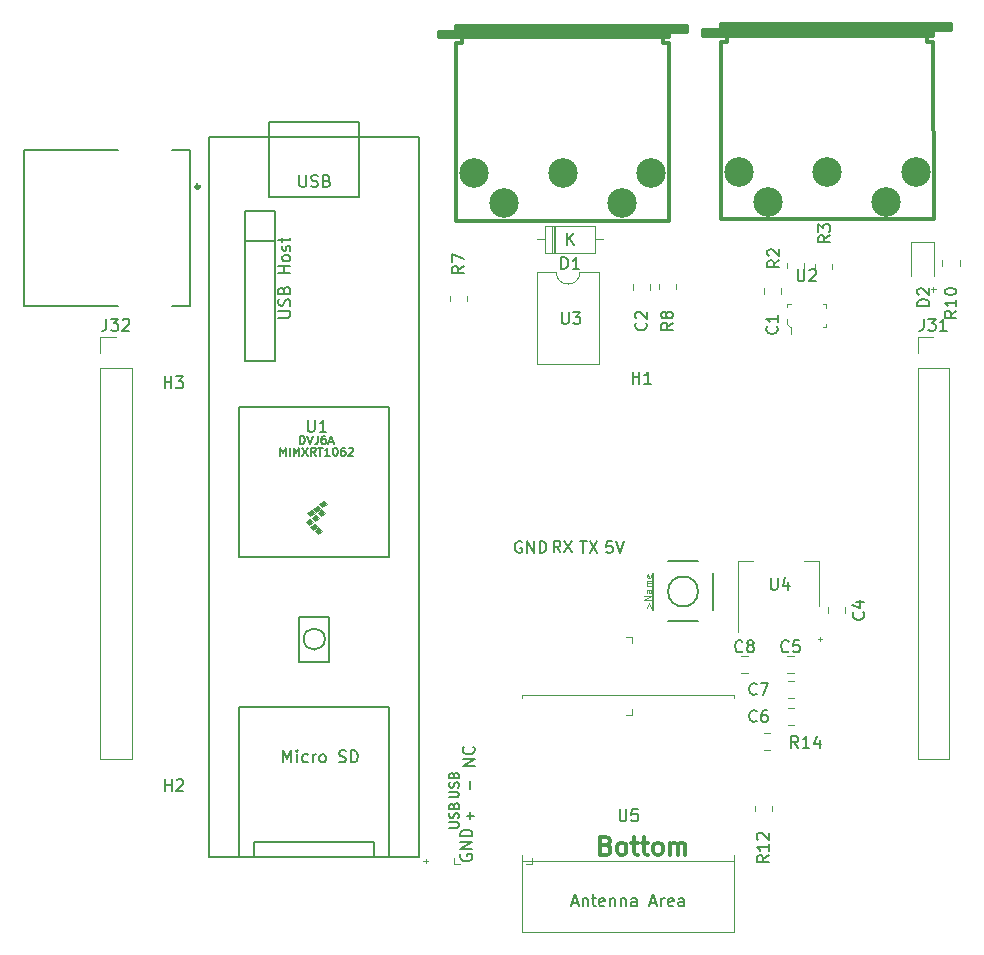
<source format=gbr>
%TF.GenerationSoftware,KiCad,Pcbnew,(6.0.2)*%
%TF.CreationDate,2022-05-28T15:24:10-04:00*%
%TF.ProjectId,bottom,626f7474-6f6d-42e6-9b69-6361645f7063,3.4*%
%TF.SameCoordinates,Original*%
%TF.FileFunction,Legend,Top*%
%TF.FilePolarity,Positive*%
%FSLAX46Y46*%
G04 Gerber Fmt 4.6, Leading zero omitted, Abs format (unit mm)*
G04 Created by KiCad (PCBNEW (6.0.2)) date 2022-05-28 15:24:10*
%MOMM*%
%LPD*%
G01*
G04 APERTURE LIST*
%ADD10C,0.200000*%
%ADD11C,0.300000*%
%ADD12C,0.125000*%
%ADD13C,0.150000*%
%ADD14C,0.121920*%
%ADD15C,0.120000*%
%ADD16C,0.100000*%
%ADD17C,0.127000*%
%ADD18C,0.304800*%
%ADD19C,0.203200*%
%ADD20C,2.499360*%
G04 APERTURE END LIST*
D10*
X144409860Y-134741904D02*
X144362240Y-134837142D01*
X144362240Y-134980000D01*
X144409860Y-135122857D01*
X144505098Y-135218095D01*
X144600336Y-135265714D01*
X144790812Y-135313333D01*
X144933669Y-135313333D01*
X145124145Y-135265714D01*
X145219383Y-135218095D01*
X145314621Y-135122857D01*
X145362240Y-134980000D01*
X145362240Y-134884761D01*
X145314621Y-134741904D01*
X145267002Y-134694285D01*
X144933669Y-134694285D01*
X144933669Y-134884761D01*
X145362240Y-134265714D02*
X144362240Y-134265714D01*
X145362240Y-133694285D01*
X144362240Y-133694285D01*
X145362240Y-133218095D02*
X144362240Y-133218095D01*
X144362240Y-132980000D01*
X144409860Y-132837142D01*
X144505098Y-132741904D01*
X144600336Y-132694285D01*
X144790812Y-132646666D01*
X144933669Y-132646666D01*
X145124145Y-132694285D01*
X145219383Y-132741904D01*
X145314621Y-132837142D01*
X145362240Y-132980000D01*
X145362240Y-133218095D01*
X152835733Y-109182380D02*
X152502400Y-108706190D01*
X152264304Y-109182380D02*
X152264304Y-108182380D01*
X152645257Y-108182380D01*
X152740495Y-108230000D01*
X152788114Y-108277619D01*
X152835733Y-108372857D01*
X152835733Y-108515714D01*
X152788114Y-108610952D01*
X152740495Y-108658571D01*
X152645257Y-108706190D01*
X152264304Y-108706190D01*
X153169066Y-108182380D02*
X153835733Y-109182380D01*
X153835733Y-108182380D02*
X153169066Y-109182380D01*
X154490495Y-108232380D02*
X155061923Y-108232380D01*
X154776209Y-109232380D02*
X154776209Y-108232380D01*
X155300019Y-108232380D02*
X155966685Y-109232380D01*
X155966685Y-108232380D02*
X155300019Y-109232380D01*
X145562240Y-127265714D02*
X144562240Y-127265714D01*
X145562240Y-126694285D01*
X144562240Y-126694285D01*
X145467002Y-125646666D02*
X145514621Y-125694285D01*
X145562240Y-125837142D01*
X145562240Y-125932380D01*
X145514621Y-126075238D01*
X145419383Y-126170476D01*
X145324145Y-126218095D01*
X145133669Y-126265714D01*
X144990812Y-126265714D01*
X144800336Y-126218095D01*
X144705098Y-126170476D01*
X144609860Y-126075238D01*
X144562240Y-125932380D01*
X144562240Y-125837142D01*
X144609860Y-125694285D01*
X144657479Y-125646666D01*
X157211923Y-108232380D02*
X156735733Y-108232380D01*
X156688114Y-108708571D01*
X156735733Y-108660952D01*
X156830971Y-108613333D01*
X157069066Y-108613333D01*
X157164304Y-108660952D01*
X157211923Y-108708571D01*
X157259542Y-108803809D01*
X157259542Y-109041904D01*
X157211923Y-109137142D01*
X157164304Y-109184761D01*
X157069066Y-109232380D01*
X156830971Y-109232380D01*
X156735733Y-109184761D01*
X156688114Y-109137142D01*
X157545257Y-108232380D02*
X157878590Y-109232380D01*
X158211923Y-108232380D01*
X149540495Y-108280000D02*
X149445257Y-108232380D01*
X149302400Y-108232380D01*
X149159542Y-108280000D01*
X149064304Y-108375238D01*
X149016685Y-108470476D01*
X148969066Y-108660952D01*
X148969066Y-108803809D01*
X149016685Y-108994285D01*
X149064304Y-109089523D01*
X149159542Y-109184761D01*
X149302400Y-109232380D01*
X149397638Y-109232380D01*
X149540495Y-109184761D01*
X149588114Y-109137142D01*
X149588114Y-108803809D01*
X149397638Y-108803809D01*
X150016685Y-109232380D02*
X150016685Y-108232380D01*
X150588114Y-109232380D01*
X150588114Y-108232380D01*
X151064304Y-109232380D02*
X151064304Y-108232380D01*
X151302400Y-108232380D01*
X151445257Y-108280000D01*
X151540495Y-108375238D01*
X151588114Y-108470476D01*
X151635733Y-108660952D01*
X151635733Y-108803809D01*
X151588114Y-108994285D01*
X151540495Y-109089523D01*
X151445257Y-109184761D01*
X151302400Y-109232380D01*
X151064304Y-109232380D01*
X143427764Y-129889523D02*
X144075383Y-129889523D01*
X144151574Y-129851428D01*
X144189669Y-129813333D01*
X144227764Y-129737142D01*
X144227764Y-129584761D01*
X144189669Y-129508571D01*
X144151574Y-129470476D01*
X144075383Y-129432380D01*
X143427764Y-129432380D01*
X144189669Y-129089523D02*
X144227764Y-128975238D01*
X144227764Y-128784761D01*
X144189669Y-128708571D01*
X144151574Y-128670476D01*
X144075383Y-128632380D01*
X143999193Y-128632380D01*
X143923002Y-128670476D01*
X143884907Y-128708571D01*
X143846812Y-128784761D01*
X143808717Y-128937142D01*
X143770621Y-129013333D01*
X143732526Y-129051428D01*
X143656336Y-129089523D01*
X143580145Y-129089523D01*
X143503955Y-129051428D01*
X143465860Y-129013333D01*
X143427764Y-128937142D01*
X143427764Y-128746666D01*
X143465860Y-128632380D01*
X143808717Y-128022857D02*
X143846812Y-127908571D01*
X143884907Y-127870476D01*
X143961098Y-127832380D01*
X144075383Y-127832380D01*
X144151574Y-127870476D01*
X144189669Y-127908571D01*
X144227764Y-127984761D01*
X144227764Y-128289523D01*
X143427764Y-128289523D01*
X143427764Y-128022857D01*
X143465860Y-127946666D01*
X143503955Y-127908571D01*
X143580145Y-127870476D01*
X143656336Y-127870476D01*
X143732526Y-127908571D01*
X143770621Y-127946666D01*
X143808717Y-128022857D01*
X143808717Y-128289523D01*
X145211002Y-129184761D02*
X145211002Y-128575238D01*
X143427764Y-132489523D02*
X144075383Y-132489523D01*
X144151574Y-132451428D01*
X144189669Y-132413333D01*
X144227764Y-132337142D01*
X144227764Y-132184761D01*
X144189669Y-132108571D01*
X144151574Y-132070476D01*
X144075383Y-132032380D01*
X143427764Y-132032380D01*
X144189669Y-131689523D02*
X144227764Y-131575238D01*
X144227764Y-131384761D01*
X144189669Y-131308571D01*
X144151574Y-131270476D01*
X144075383Y-131232380D01*
X143999193Y-131232380D01*
X143923002Y-131270476D01*
X143884907Y-131308571D01*
X143846812Y-131384761D01*
X143808717Y-131537142D01*
X143770621Y-131613333D01*
X143732526Y-131651428D01*
X143656336Y-131689523D01*
X143580145Y-131689523D01*
X143503955Y-131651428D01*
X143465860Y-131613333D01*
X143427764Y-131537142D01*
X143427764Y-131346666D01*
X143465860Y-131232380D01*
X143808717Y-130622857D02*
X143846812Y-130508571D01*
X143884907Y-130470476D01*
X143961098Y-130432380D01*
X144075383Y-130432380D01*
X144151574Y-130470476D01*
X144189669Y-130508571D01*
X144227764Y-130584761D01*
X144227764Y-130889523D01*
X143427764Y-130889523D01*
X143427764Y-130622857D01*
X143465860Y-130546666D01*
X143503955Y-130508571D01*
X143580145Y-130470476D01*
X143656336Y-130470476D01*
X143732526Y-130508571D01*
X143770621Y-130546666D01*
X143808717Y-130622857D01*
X143808717Y-130889523D01*
X145211002Y-131784761D02*
X145211002Y-131175238D01*
X145515764Y-131480000D02*
X144906240Y-131480000D01*
D11*
X156702717Y-133972857D02*
X156917002Y-134044285D01*
X156988431Y-134115714D01*
X157059860Y-134258571D01*
X157059860Y-134472857D01*
X156988431Y-134615714D01*
X156917002Y-134687142D01*
X156774145Y-134758571D01*
X156202717Y-134758571D01*
X156202717Y-133258571D01*
X156702717Y-133258571D01*
X156845574Y-133330000D01*
X156917002Y-133401428D01*
X156988431Y-133544285D01*
X156988431Y-133687142D01*
X156917002Y-133830000D01*
X156845574Y-133901428D01*
X156702717Y-133972857D01*
X156202717Y-133972857D01*
X157917002Y-134758571D02*
X157774145Y-134687142D01*
X157702717Y-134615714D01*
X157631288Y-134472857D01*
X157631288Y-134044285D01*
X157702717Y-133901428D01*
X157774145Y-133830000D01*
X157917002Y-133758571D01*
X158131288Y-133758571D01*
X158274145Y-133830000D01*
X158345574Y-133901428D01*
X158417002Y-134044285D01*
X158417002Y-134472857D01*
X158345574Y-134615714D01*
X158274145Y-134687142D01*
X158131288Y-134758571D01*
X157917002Y-134758571D01*
X158845574Y-133758571D02*
X159417002Y-133758571D01*
X159059860Y-133258571D02*
X159059860Y-134544285D01*
X159131288Y-134687142D01*
X159274145Y-134758571D01*
X159417002Y-134758571D01*
X159702717Y-133758571D02*
X160274145Y-133758571D01*
X159917002Y-133258571D02*
X159917002Y-134544285D01*
X159988431Y-134687142D01*
X160131288Y-134758571D01*
X160274145Y-134758571D01*
X160988431Y-134758571D02*
X160845574Y-134687142D01*
X160774145Y-134615714D01*
X160702717Y-134472857D01*
X160702717Y-134044285D01*
X160774145Y-133901428D01*
X160845574Y-133830000D01*
X160988431Y-133758571D01*
X161202717Y-133758571D01*
X161345574Y-133830000D01*
X161417002Y-133901428D01*
X161488431Y-134044285D01*
X161488431Y-134472857D01*
X161417002Y-134615714D01*
X161345574Y-134687142D01*
X161202717Y-134758571D01*
X160988431Y-134758571D01*
X162131288Y-134758571D02*
X162131288Y-133758571D01*
X162131288Y-133901428D02*
X162202717Y-133830000D01*
X162345574Y-133758571D01*
X162559860Y-133758571D01*
X162702717Y-133830000D01*
X162774145Y-133972857D01*
X162774145Y-134758571D01*
X162774145Y-133972857D02*
X162845574Y-133830000D01*
X162988431Y-133758571D01*
X163202717Y-133758571D01*
X163345574Y-133830000D01*
X163417002Y-133972857D01*
X163417002Y-134758571D01*
D12*
X174619383Y-116515714D02*
X175000336Y-116515714D01*
X174809860Y-116706190D02*
X174809860Y-116325238D01*
X141219383Y-135315714D02*
X141600336Y-135315714D01*
X141409860Y-135506190D02*
X141409860Y-135125238D01*
X184219383Y-86915714D02*
X184600336Y-86915714D01*
X184409860Y-87106190D02*
X184409860Y-86725238D01*
D13*
%TO.C,R10*%
X186362240Y-88722857D02*
X185886050Y-89056190D01*
X186362240Y-89294285D02*
X185362240Y-89294285D01*
X185362240Y-88913333D01*
X185409860Y-88818095D01*
X185457479Y-88770476D01*
X185552717Y-88722857D01*
X185695574Y-88722857D01*
X185790812Y-88770476D01*
X185838431Y-88818095D01*
X185886050Y-88913333D01*
X185886050Y-89294285D01*
X186362240Y-87770476D02*
X186362240Y-88341904D01*
X186362240Y-88056190D02*
X185362240Y-88056190D01*
X185505098Y-88151428D01*
X185600336Y-88246666D01*
X185647955Y-88341904D01*
X185362240Y-87151428D02*
X185362240Y-87056190D01*
X185409860Y-86960952D01*
X185457479Y-86913333D01*
X185552717Y-86865714D01*
X185743193Y-86818095D01*
X185981288Y-86818095D01*
X186171764Y-86865714D01*
X186267002Y-86913333D01*
X186314621Y-86960952D01*
X186362240Y-87056190D01*
X186362240Y-87151428D01*
X186314621Y-87246666D01*
X186267002Y-87294285D01*
X186171764Y-87341904D01*
X185981288Y-87389523D01*
X185743193Y-87389523D01*
X185552717Y-87341904D01*
X185457479Y-87294285D01*
X185409860Y-87246666D01*
X185362240Y-87151428D01*
%TO.C,R3*%
X175662240Y-82346666D02*
X175186050Y-82680000D01*
X175662240Y-82918095D02*
X174662240Y-82918095D01*
X174662240Y-82537142D01*
X174709860Y-82441904D01*
X174757479Y-82394285D01*
X174852717Y-82346666D01*
X174995574Y-82346666D01*
X175090812Y-82394285D01*
X175138431Y-82441904D01*
X175186050Y-82537142D01*
X175186050Y-82918095D01*
X174662240Y-82013333D02*
X174662240Y-81394285D01*
X175043193Y-81727619D01*
X175043193Y-81584761D01*
X175090812Y-81489523D01*
X175138431Y-81441904D01*
X175233669Y-81394285D01*
X175471764Y-81394285D01*
X175567002Y-81441904D01*
X175614621Y-81489523D01*
X175662240Y-81584761D01*
X175662240Y-81870476D01*
X175614621Y-81965714D01*
X175567002Y-82013333D01*
%TO.C,R12*%
X170462240Y-134822857D02*
X169986050Y-135156190D01*
X170462240Y-135394285D02*
X169462240Y-135394285D01*
X169462240Y-135013333D01*
X169509860Y-134918095D01*
X169557479Y-134870476D01*
X169652717Y-134822857D01*
X169795574Y-134822857D01*
X169890812Y-134870476D01*
X169938431Y-134918095D01*
X169986050Y-135013333D01*
X169986050Y-135394285D01*
X170462240Y-133870476D02*
X170462240Y-134441904D01*
X170462240Y-134156190D02*
X169462240Y-134156190D01*
X169605098Y-134251428D01*
X169700336Y-134346666D01*
X169747955Y-134441904D01*
X169557479Y-133489523D02*
X169509860Y-133441904D01*
X169462240Y-133346666D01*
X169462240Y-133108571D01*
X169509860Y-133013333D01*
X169557479Y-132965714D01*
X169652717Y-132918095D01*
X169747955Y-132918095D01*
X169890812Y-132965714D01*
X170462240Y-133537142D01*
X170462240Y-132918095D01*
%TO.C,H2*%
X119340495Y-129382380D02*
X119340495Y-128382380D01*
X119340495Y-128858571D02*
X119911923Y-128858571D01*
X119911923Y-129382380D02*
X119911923Y-128382380D01*
X120340495Y-128477619D02*
X120388114Y-128430000D01*
X120483352Y-128382380D01*
X120721447Y-128382380D01*
X120816685Y-128430000D01*
X120864304Y-128477619D01*
X120911923Y-128572857D01*
X120911923Y-128668095D01*
X120864304Y-128810952D01*
X120292876Y-129382380D01*
X120911923Y-129382380D01*
%TO.C,H3*%
X119316095Y-95282380D02*
X119316095Y-94282380D01*
X119316095Y-94758571D02*
X119887523Y-94758571D01*
X119887523Y-95282380D02*
X119887523Y-94282380D01*
X120268476Y-94282380D02*
X120887523Y-94282380D01*
X120554190Y-94663333D01*
X120697047Y-94663333D01*
X120792285Y-94710952D01*
X120839904Y-94758571D01*
X120887523Y-94853809D01*
X120887523Y-95091904D01*
X120839904Y-95187142D01*
X120792285Y-95234761D01*
X120697047Y-95282380D01*
X120411333Y-95282380D01*
X120316095Y-95234761D01*
X120268476Y-95187142D01*
%TO.C,R8*%
X162362240Y-89746666D02*
X161886050Y-90080000D01*
X162362240Y-90318095D02*
X161362240Y-90318095D01*
X161362240Y-89937142D01*
X161409860Y-89841904D01*
X161457479Y-89794285D01*
X161552717Y-89746666D01*
X161695574Y-89746666D01*
X161790812Y-89794285D01*
X161838431Y-89841904D01*
X161886050Y-89937142D01*
X161886050Y-90318095D01*
X161790812Y-89175238D02*
X161743193Y-89270476D01*
X161695574Y-89318095D01*
X161600336Y-89365714D01*
X161552717Y-89365714D01*
X161457479Y-89318095D01*
X161409860Y-89270476D01*
X161362240Y-89175238D01*
X161362240Y-88984761D01*
X161409860Y-88889523D01*
X161457479Y-88841904D01*
X161552717Y-88794285D01*
X161600336Y-88794285D01*
X161695574Y-88841904D01*
X161743193Y-88889523D01*
X161790812Y-88984761D01*
X161790812Y-89175238D01*
X161838431Y-89270476D01*
X161886050Y-89318095D01*
X161981288Y-89365714D01*
X162171764Y-89365714D01*
X162267002Y-89318095D01*
X162314621Y-89270476D01*
X162362240Y-89175238D01*
X162362240Y-88984761D01*
X162314621Y-88889523D01*
X162267002Y-88841904D01*
X162171764Y-88794285D01*
X161981288Y-88794285D01*
X161886050Y-88841904D01*
X161838431Y-88889523D01*
X161790812Y-88984761D01*
%TO.C,C2*%
X160067002Y-89746666D02*
X160114621Y-89794285D01*
X160162240Y-89937142D01*
X160162240Y-90032380D01*
X160114621Y-90175238D01*
X160019383Y-90270476D01*
X159924145Y-90318095D01*
X159733669Y-90365714D01*
X159590812Y-90365714D01*
X159400336Y-90318095D01*
X159305098Y-90270476D01*
X159209860Y-90175238D01*
X159162240Y-90032380D01*
X159162240Y-89937142D01*
X159209860Y-89794285D01*
X159257479Y-89746666D01*
X159257479Y-89365714D02*
X159209860Y-89318095D01*
X159162240Y-89222857D01*
X159162240Y-88984761D01*
X159209860Y-88889523D01*
X159257479Y-88841904D01*
X159352717Y-88794285D01*
X159447955Y-88794285D01*
X159590812Y-88841904D01*
X160162240Y-89413333D01*
X160162240Y-88794285D01*
%TO.C,U5*%
X157847955Y-130932380D02*
X157847955Y-131741904D01*
X157895574Y-131837142D01*
X157943193Y-131884761D01*
X158038431Y-131932380D01*
X158228907Y-131932380D01*
X158324145Y-131884761D01*
X158371764Y-131837142D01*
X158419383Y-131741904D01*
X158419383Y-130932380D01*
X159371764Y-130932380D02*
X158895574Y-130932380D01*
X158847955Y-131408571D01*
X158895574Y-131360952D01*
X158990812Y-131313333D01*
X159228907Y-131313333D01*
X159324145Y-131360952D01*
X159371764Y-131408571D01*
X159419383Y-131503809D01*
X159419383Y-131741904D01*
X159371764Y-131837142D01*
X159324145Y-131884761D01*
X159228907Y-131932380D01*
X158990812Y-131932380D01*
X158895574Y-131884761D01*
X158847955Y-131837142D01*
X153797955Y-138846666D02*
X154274145Y-138846666D01*
X153702717Y-139132380D02*
X154036050Y-138132380D01*
X154369383Y-139132380D01*
X154702717Y-138465714D02*
X154702717Y-139132380D01*
X154702717Y-138560952D02*
X154750336Y-138513333D01*
X154845574Y-138465714D01*
X154988431Y-138465714D01*
X155083669Y-138513333D01*
X155131288Y-138608571D01*
X155131288Y-139132380D01*
X155464621Y-138465714D02*
X155845574Y-138465714D01*
X155607479Y-138132380D02*
X155607479Y-138989523D01*
X155655098Y-139084761D01*
X155750336Y-139132380D01*
X155845574Y-139132380D01*
X156559860Y-139084761D02*
X156464621Y-139132380D01*
X156274145Y-139132380D01*
X156178907Y-139084761D01*
X156131288Y-138989523D01*
X156131288Y-138608571D01*
X156178907Y-138513333D01*
X156274145Y-138465714D01*
X156464621Y-138465714D01*
X156559860Y-138513333D01*
X156607479Y-138608571D01*
X156607479Y-138703809D01*
X156131288Y-138799047D01*
X157036050Y-138465714D02*
X157036050Y-139132380D01*
X157036050Y-138560952D02*
X157083669Y-138513333D01*
X157178907Y-138465714D01*
X157321764Y-138465714D01*
X157417002Y-138513333D01*
X157464621Y-138608571D01*
X157464621Y-139132380D01*
X157940812Y-138465714D02*
X157940812Y-139132380D01*
X157940812Y-138560952D02*
X157988431Y-138513333D01*
X158083669Y-138465714D01*
X158226526Y-138465714D01*
X158321764Y-138513333D01*
X158369383Y-138608571D01*
X158369383Y-139132380D01*
X159274145Y-139132380D02*
X159274145Y-138608571D01*
X159226526Y-138513333D01*
X159131288Y-138465714D01*
X158940812Y-138465714D01*
X158845574Y-138513333D01*
X159274145Y-139084761D02*
X159178907Y-139132380D01*
X158940812Y-139132380D01*
X158845574Y-139084761D01*
X158797955Y-138989523D01*
X158797955Y-138894285D01*
X158845574Y-138799047D01*
X158940812Y-138751428D01*
X159178907Y-138751428D01*
X159274145Y-138703809D01*
X160464621Y-138846666D02*
X160940812Y-138846666D01*
X160369383Y-139132380D02*
X160702717Y-138132380D01*
X161036050Y-139132380D01*
X161369383Y-139132380D02*
X161369383Y-138465714D01*
X161369383Y-138656190D02*
X161417002Y-138560952D01*
X161464621Y-138513333D01*
X161559860Y-138465714D01*
X161655098Y-138465714D01*
X162369383Y-139084761D02*
X162274145Y-139132380D01*
X162083669Y-139132380D01*
X161988431Y-139084761D01*
X161940812Y-138989523D01*
X161940812Y-138608571D01*
X161988431Y-138513333D01*
X162083669Y-138465714D01*
X162274145Y-138465714D01*
X162369383Y-138513333D01*
X162417002Y-138608571D01*
X162417002Y-138703809D01*
X161940812Y-138799047D01*
X163274145Y-139132380D02*
X163274145Y-138608571D01*
X163226526Y-138513333D01*
X163131288Y-138465714D01*
X162940812Y-138465714D01*
X162845574Y-138513333D01*
X163274145Y-139084761D02*
X163178907Y-139132380D01*
X162940812Y-139132380D01*
X162845574Y-139084761D01*
X162797955Y-138989523D01*
X162797955Y-138894285D01*
X162845574Y-138799047D01*
X162940812Y-138751428D01*
X163178907Y-138751428D01*
X163274145Y-138703809D01*
%TO.C,C8*%
X168243193Y-117537142D02*
X168195574Y-117584761D01*
X168052717Y-117632380D01*
X167957479Y-117632380D01*
X167814621Y-117584761D01*
X167719383Y-117489523D01*
X167671764Y-117394285D01*
X167624145Y-117203809D01*
X167624145Y-117060952D01*
X167671764Y-116870476D01*
X167719383Y-116775238D01*
X167814621Y-116680000D01*
X167957479Y-116632380D01*
X168052717Y-116632380D01*
X168195574Y-116680000D01*
X168243193Y-116727619D01*
X168814621Y-117060952D02*
X168719383Y-117013333D01*
X168671764Y-116965714D01*
X168624145Y-116870476D01*
X168624145Y-116822857D01*
X168671764Y-116727619D01*
X168719383Y-116680000D01*
X168814621Y-116632380D01*
X169005098Y-116632380D01*
X169100336Y-116680000D01*
X169147955Y-116727619D01*
X169195574Y-116822857D01*
X169195574Y-116870476D01*
X169147955Y-116965714D01*
X169100336Y-117013333D01*
X169005098Y-117060952D01*
X168814621Y-117060952D01*
X168719383Y-117108571D01*
X168671764Y-117156190D01*
X168624145Y-117251428D01*
X168624145Y-117441904D01*
X168671764Y-117537142D01*
X168719383Y-117584761D01*
X168814621Y-117632380D01*
X169005098Y-117632380D01*
X169100336Y-117584761D01*
X169147955Y-117537142D01*
X169195574Y-117441904D01*
X169195574Y-117251428D01*
X169147955Y-117156190D01*
X169100336Y-117108571D01*
X169005098Y-117060952D01*
%TO.C,J31*%
X183592876Y-89402380D02*
X183592876Y-90116666D01*
X183545257Y-90259523D01*
X183450019Y-90354761D01*
X183307161Y-90402380D01*
X183211923Y-90402380D01*
X183973828Y-89402380D02*
X184592876Y-89402380D01*
X184259542Y-89783333D01*
X184402400Y-89783333D01*
X184497638Y-89830952D01*
X184545257Y-89878571D01*
X184592876Y-89973809D01*
X184592876Y-90211904D01*
X184545257Y-90307142D01*
X184497638Y-90354761D01*
X184402400Y-90402380D01*
X184116685Y-90402380D01*
X184021447Y-90354761D01*
X183973828Y-90307142D01*
X185545257Y-90402380D02*
X184973828Y-90402380D01*
X185259542Y-90402380D02*
X185259542Y-89402380D01*
X185164304Y-89545238D01*
X185069066Y-89640476D01*
X184973828Y-89688095D01*
%TO.C,C1*%
X171159542Y-90046666D02*
X171207161Y-90094285D01*
X171254780Y-90237142D01*
X171254780Y-90332380D01*
X171207161Y-90475238D01*
X171111923Y-90570476D01*
X171016685Y-90618095D01*
X170826209Y-90665714D01*
X170683352Y-90665714D01*
X170492876Y-90618095D01*
X170397638Y-90570476D01*
X170302400Y-90475238D01*
X170254780Y-90332380D01*
X170254780Y-90237142D01*
X170302400Y-90094285D01*
X170350019Y-90046666D01*
X171254780Y-89094285D02*
X171254780Y-89665714D01*
X171254780Y-89380000D02*
X170254780Y-89380000D01*
X170397638Y-89475238D01*
X170492876Y-89570476D01*
X170540495Y-89665714D01*
%TO.C,U2*%
X172915495Y-85207380D02*
X172915495Y-86016904D01*
X172963114Y-86112142D01*
X173010733Y-86159761D01*
X173105971Y-86207380D01*
X173296447Y-86207380D01*
X173391685Y-86159761D01*
X173439304Y-86112142D01*
X173486923Y-86016904D01*
X173486923Y-85207380D01*
X173915495Y-85302619D02*
X173963114Y-85255000D01*
X174058352Y-85207380D01*
X174296447Y-85207380D01*
X174391685Y-85255000D01*
X174439304Y-85302619D01*
X174486923Y-85397857D01*
X174486923Y-85493095D01*
X174439304Y-85635952D01*
X173867876Y-86207380D01*
X174486923Y-86207380D01*
%TO.C,U3*%
X152947955Y-88832380D02*
X152947955Y-89641904D01*
X152995574Y-89737142D01*
X153043193Y-89784761D01*
X153138431Y-89832380D01*
X153328907Y-89832380D01*
X153424145Y-89784761D01*
X153471764Y-89737142D01*
X153519383Y-89641904D01*
X153519383Y-88832380D01*
X153900336Y-88832380D02*
X154519383Y-88832380D01*
X154186050Y-89213333D01*
X154328907Y-89213333D01*
X154424145Y-89260952D01*
X154471764Y-89308571D01*
X154519383Y-89403809D01*
X154519383Y-89641904D01*
X154471764Y-89737142D01*
X154424145Y-89784761D01*
X154328907Y-89832380D01*
X154043193Y-89832380D01*
X153947955Y-89784761D01*
X153900336Y-89737142D01*
%TO.C,U1*%
X131441315Y-97953700D02*
X131441315Y-98763224D01*
X131488934Y-98858462D01*
X131536553Y-98906081D01*
X131631791Y-98953700D01*
X131822267Y-98953700D01*
X131917505Y-98906081D01*
X131965124Y-98858462D01*
X132012743Y-98763224D01*
X132012743Y-97953700D01*
X133012743Y-98953700D02*
X132441315Y-98953700D01*
X132727029Y-98953700D02*
X132727029Y-97953700D01*
X132631791Y-98096558D01*
X132536553Y-98191796D01*
X132441315Y-98239415D01*
X129104646Y-101004926D02*
X129104646Y-100304926D01*
X129337980Y-100804926D01*
X129571313Y-100304926D01*
X129571313Y-101004926D01*
X129904646Y-101004926D02*
X129904646Y-100304926D01*
X130237980Y-101004926D02*
X130237980Y-100304926D01*
X130471313Y-100804926D01*
X130704646Y-100304926D01*
X130704646Y-101004926D01*
X130971313Y-100304926D02*
X131437980Y-101004926D01*
X131437980Y-100304926D02*
X130971313Y-101004926D01*
X132104646Y-101004926D02*
X131871313Y-100671593D01*
X131704646Y-101004926D02*
X131704646Y-100304926D01*
X131971313Y-100304926D01*
X132037980Y-100338260D01*
X132071313Y-100371593D01*
X132104646Y-100438260D01*
X132104646Y-100538260D01*
X132071313Y-100604926D01*
X132037980Y-100638260D01*
X131971313Y-100671593D01*
X131704646Y-100671593D01*
X132304646Y-100304926D02*
X132704646Y-100304926D01*
X132504646Y-101004926D02*
X132504646Y-100304926D01*
X133304646Y-101004926D02*
X132904646Y-101004926D01*
X133104646Y-101004926D02*
X133104646Y-100304926D01*
X133037980Y-100404926D01*
X132971313Y-100471593D01*
X132904646Y-100504926D01*
X133737980Y-100304926D02*
X133804646Y-100304926D01*
X133871313Y-100338260D01*
X133904646Y-100371593D01*
X133937980Y-100438260D01*
X133971313Y-100571593D01*
X133971313Y-100738260D01*
X133937980Y-100871593D01*
X133904646Y-100938260D01*
X133871313Y-100971593D01*
X133804646Y-101004926D01*
X133737980Y-101004926D01*
X133671313Y-100971593D01*
X133637980Y-100938260D01*
X133604646Y-100871593D01*
X133571313Y-100738260D01*
X133571313Y-100571593D01*
X133604646Y-100438260D01*
X133637980Y-100371593D01*
X133671313Y-100338260D01*
X133737980Y-100304926D01*
X134571313Y-100304926D02*
X134437980Y-100304926D01*
X134371313Y-100338260D01*
X134337980Y-100371593D01*
X134271313Y-100471593D01*
X134237980Y-100604926D01*
X134237980Y-100871593D01*
X134271313Y-100938260D01*
X134304646Y-100971593D01*
X134371313Y-101004926D01*
X134504646Y-101004926D01*
X134571313Y-100971593D01*
X134604646Y-100938260D01*
X134637980Y-100871593D01*
X134637980Y-100704926D01*
X134604646Y-100638260D01*
X134571313Y-100604926D01*
X134504646Y-100571593D01*
X134371313Y-100571593D01*
X134304646Y-100604926D01*
X134271313Y-100638260D01*
X134237980Y-100704926D01*
X134904646Y-100371593D02*
X134937980Y-100338260D01*
X135004646Y-100304926D01*
X135171313Y-100304926D01*
X135237980Y-100338260D01*
X135271313Y-100371593D01*
X135304646Y-100438260D01*
X135304646Y-100504926D01*
X135271313Y-100604926D01*
X134871313Y-101004926D01*
X135304646Y-101004926D01*
X129381352Y-126947040D02*
X129381352Y-125947040D01*
X129714685Y-126661326D01*
X130048019Y-125947040D01*
X130048019Y-126947040D01*
X130524209Y-126947040D02*
X130524209Y-126280374D01*
X130524209Y-125947040D02*
X130476590Y-125994660D01*
X130524209Y-126042279D01*
X130571828Y-125994660D01*
X130524209Y-125947040D01*
X130524209Y-126042279D01*
X131428971Y-126899421D02*
X131333733Y-126947040D01*
X131143257Y-126947040D01*
X131048019Y-126899421D01*
X131000400Y-126851802D01*
X130952780Y-126756564D01*
X130952780Y-126470850D01*
X131000400Y-126375612D01*
X131048019Y-126327993D01*
X131143257Y-126280374D01*
X131333733Y-126280374D01*
X131428971Y-126327993D01*
X131857542Y-126947040D02*
X131857542Y-126280374D01*
X131857542Y-126470850D02*
X131905161Y-126375612D01*
X131952780Y-126327993D01*
X132048019Y-126280374D01*
X132143257Y-126280374D01*
X132619447Y-126947040D02*
X132524209Y-126899421D01*
X132476590Y-126851802D01*
X132428971Y-126756564D01*
X132428971Y-126470850D01*
X132476590Y-126375612D01*
X132524209Y-126327993D01*
X132619447Y-126280374D01*
X132762304Y-126280374D01*
X132857542Y-126327993D01*
X132905161Y-126375612D01*
X132952780Y-126470850D01*
X132952780Y-126756564D01*
X132905161Y-126851802D01*
X132857542Y-126899421D01*
X132762304Y-126947040D01*
X132619447Y-126947040D01*
X134095638Y-126899421D02*
X134238495Y-126947040D01*
X134476590Y-126947040D01*
X134571828Y-126899421D01*
X134619447Y-126851802D01*
X134667066Y-126756564D01*
X134667066Y-126661326D01*
X134619447Y-126566088D01*
X134571828Y-126518469D01*
X134476590Y-126470850D01*
X134286114Y-126423231D01*
X134190876Y-126375612D01*
X134143257Y-126327993D01*
X134095638Y-126232755D01*
X134095638Y-126137517D01*
X134143257Y-126042279D01*
X134190876Y-125994660D01*
X134286114Y-125947040D01*
X134524209Y-125947040D01*
X134667066Y-125994660D01*
X135095638Y-126947040D02*
X135095638Y-125947040D01*
X135333733Y-125947040D01*
X135476590Y-125994660D01*
X135571828Y-126089898D01*
X135619447Y-126185136D01*
X135667066Y-126375612D01*
X135667066Y-126518469D01*
X135619447Y-126708945D01*
X135571828Y-126804183D01*
X135476590Y-126899421D01*
X135333733Y-126947040D01*
X135095638Y-126947040D01*
X130727955Y-77232380D02*
X130727955Y-78041904D01*
X130775574Y-78137142D01*
X130823193Y-78184761D01*
X130918431Y-78232380D01*
X131108907Y-78232380D01*
X131204145Y-78184761D01*
X131251764Y-78137142D01*
X131299383Y-78041904D01*
X131299383Y-77232380D01*
X131727955Y-78184761D02*
X131870812Y-78232380D01*
X132108907Y-78232380D01*
X132204145Y-78184761D01*
X132251764Y-78137142D01*
X132299383Y-78041904D01*
X132299383Y-77946666D01*
X132251764Y-77851428D01*
X132204145Y-77803809D01*
X132108907Y-77756190D01*
X131918431Y-77708571D01*
X131823193Y-77660952D01*
X131775574Y-77613333D01*
X131727955Y-77518095D01*
X131727955Y-77422857D01*
X131775574Y-77327619D01*
X131823193Y-77280000D01*
X131918431Y-77232380D01*
X132156526Y-77232380D01*
X132299383Y-77280000D01*
X133061288Y-77708571D02*
X133204145Y-77756190D01*
X133251764Y-77803809D01*
X133299383Y-77899047D01*
X133299383Y-78041904D01*
X133251764Y-78137142D01*
X133204145Y-78184761D01*
X133108907Y-78232380D01*
X132727955Y-78232380D01*
X132727955Y-77232380D01*
X133061288Y-77232380D01*
X133156526Y-77280000D01*
X133204145Y-77327619D01*
X133251764Y-77422857D01*
X133251764Y-77518095D01*
X133204145Y-77613333D01*
X133156526Y-77660952D01*
X133061288Y-77708571D01*
X132727955Y-77708571D01*
X128953040Y-89293723D02*
X129762564Y-89293723D01*
X129857802Y-89246104D01*
X129905421Y-89198485D01*
X129953040Y-89103247D01*
X129953040Y-88912771D01*
X129905421Y-88817533D01*
X129857802Y-88769914D01*
X129762564Y-88722295D01*
X128953040Y-88722295D01*
X129905421Y-88293723D02*
X129953040Y-88150866D01*
X129953040Y-87912771D01*
X129905421Y-87817533D01*
X129857802Y-87769914D01*
X129762564Y-87722295D01*
X129667326Y-87722295D01*
X129572088Y-87769914D01*
X129524469Y-87817533D01*
X129476850Y-87912771D01*
X129429231Y-88103247D01*
X129381612Y-88198485D01*
X129333993Y-88246104D01*
X129238755Y-88293723D01*
X129143517Y-88293723D01*
X129048279Y-88246104D01*
X129000660Y-88198485D01*
X128953040Y-88103247D01*
X128953040Y-87865152D01*
X129000660Y-87722295D01*
X129429231Y-86960390D02*
X129476850Y-86817533D01*
X129524469Y-86769914D01*
X129619707Y-86722295D01*
X129762564Y-86722295D01*
X129857802Y-86769914D01*
X129905421Y-86817533D01*
X129953040Y-86912771D01*
X129953040Y-87293723D01*
X128953040Y-87293723D01*
X128953040Y-86960390D01*
X129000660Y-86865152D01*
X129048279Y-86817533D01*
X129143517Y-86769914D01*
X129238755Y-86769914D01*
X129333993Y-86817533D01*
X129381612Y-86865152D01*
X129429231Y-86960390D01*
X129429231Y-87293723D01*
X129953040Y-85531819D02*
X128953040Y-85531819D01*
X129429231Y-85531819D02*
X129429231Y-84960390D01*
X129953040Y-84960390D02*
X128953040Y-84960390D01*
X129953040Y-84341342D02*
X129905421Y-84436580D01*
X129857802Y-84484200D01*
X129762564Y-84531819D01*
X129476850Y-84531819D01*
X129381612Y-84484200D01*
X129333993Y-84436580D01*
X129286374Y-84341342D01*
X129286374Y-84198485D01*
X129333993Y-84103247D01*
X129381612Y-84055628D01*
X129476850Y-84008009D01*
X129762564Y-84008009D01*
X129857802Y-84055628D01*
X129905421Y-84103247D01*
X129953040Y-84198485D01*
X129953040Y-84341342D01*
X129905421Y-83627057D02*
X129953040Y-83531819D01*
X129953040Y-83341342D01*
X129905421Y-83246104D01*
X129810183Y-83198485D01*
X129762564Y-83198485D01*
X129667326Y-83246104D01*
X129619707Y-83341342D01*
X129619707Y-83484200D01*
X129572088Y-83579438D01*
X129476850Y-83627057D01*
X129429231Y-83627057D01*
X129333993Y-83579438D01*
X129286374Y-83484200D01*
X129286374Y-83341342D01*
X129333993Y-83246104D01*
X129286374Y-82912771D02*
X129286374Y-82531819D01*
X128953040Y-82769914D02*
X129810183Y-82769914D01*
X129905421Y-82722295D01*
X129953040Y-82627057D01*
X129953040Y-82531819D01*
X130786526Y-100006706D02*
X130786526Y-99306706D01*
X130953193Y-99306706D01*
X131053193Y-99340040D01*
X131119860Y-99406706D01*
X131153193Y-99473373D01*
X131186526Y-99606706D01*
X131186526Y-99706706D01*
X131153193Y-99840040D01*
X131119860Y-99906706D01*
X131053193Y-99973373D01*
X130953193Y-100006706D01*
X130786526Y-100006706D01*
X131386526Y-99306706D02*
X131619860Y-100006706D01*
X131853193Y-99306706D01*
X132286526Y-99306706D02*
X132286526Y-99806706D01*
X132253193Y-99906706D01*
X132186526Y-99973373D01*
X132086526Y-100006706D01*
X132019860Y-100006706D01*
X132919860Y-99306706D02*
X132786526Y-99306706D01*
X132719860Y-99340040D01*
X132686526Y-99373373D01*
X132619860Y-99473373D01*
X132586526Y-99606706D01*
X132586526Y-99873373D01*
X132619860Y-99940040D01*
X132653193Y-99973373D01*
X132719860Y-100006706D01*
X132853193Y-100006706D01*
X132919860Y-99973373D01*
X132953193Y-99940040D01*
X132986526Y-99873373D01*
X132986526Y-99706706D01*
X132953193Y-99640040D01*
X132919860Y-99606706D01*
X132853193Y-99573373D01*
X132719860Y-99573373D01*
X132653193Y-99606706D01*
X132619860Y-99640040D01*
X132586526Y-99706706D01*
X133253193Y-99806706D02*
X133586526Y-99806706D01*
X133186526Y-100006706D02*
X133419860Y-99306706D01*
X133653193Y-100006706D01*
%TO.C,J32*%
X114392876Y-89402380D02*
X114392876Y-90116666D01*
X114345257Y-90259523D01*
X114250019Y-90354761D01*
X114107161Y-90402380D01*
X114011923Y-90402380D01*
X114773828Y-89402380D02*
X115392876Y-89402380D01*
X115059542Y-89783333D01*
X115202400Y-89783333D01*
X115297638Y-89830952D01*
X115345257Y-89878571D01*
X115392876Y-89973809D01*
X115392876Y-90211904D01*
X115345257Y-90307142D01*
X115297638Y-90354761D01*
X115202400Y-90402380D01*
X114916685Y-90402380D01*
X114821447Y-90354761D01*
X114773828Y-90307142D01*
X115773828Y-89497619D02*
X115821447Y-89450000D01*
X115916685Y-89402380D01*
X116154780Y-89402380D01*
X116250019Y-89450000D01*
X116297638Y-89497619D01*
X116345257Y-89592857D01*
X116345257Y-89688095D01*
X116297638Y-89830952D01*
X115726209Y-90402380D01*
X116345257Y-90402380D01*
%TO.C,U4*%
X170647955Y-111332380D02*
X170647955Y-112141904D01*
X170695574Y-112237142D01*
X170743193Y-112284761D01*
X170838431Y-112332380D01*
X171028907Y-112332380D01*
X171124145Y-112284761D01*
X171171764Y-112237142D01*
X171219383Y-112141904D01*
X171219383Y-111332380D01*
X172124145Y-111665714D02*
X172124145Y-112332380D01*
X171886050Y-111284761D02*
X171647955Y-111999047D01*
X172267002Y-111999047D01*
%TO.C,C4*%
X178467002Y-114246666D02*
X178514621Y-114294285D01*
X178562240Y-114437142D01*
X178562240Y-114532380D01*
X178514621Y-114675238D01*
X178419383Y-114770476D01*
X178324145Y-114818095D01*
X178133669Y-114865714D01*
X177990812Y-114865714D01*
X177800336Y-114818095D01*
X177705098Y-114770476D01*
X177609860Y-114675238D01*
X177562240Y-114532380D01*
X177562240Y-114437142D01*
X177609860Y-114294285D01*
X177657479Y-114246666D01*
X177895574Y-113389523D02*
X178562240Y-113389523D01*
X177514621Y-113627619D02*
X178228907Y-113865714D01*
X178228907Y-113246666D01*
%TO.C,D1*%
X152914304Y-85187520D02*
X152914304Y-84187520D01*
X153152400Y-84187520D01*
X153295257Y-84235140D01*
X153390495Y-84330378D01*
X153438114Y-84425616D01*
X153485733Y-84616092D01*
X153485733Y-84758949D01*
X153438114Y-84949425D01*
X153390495Y-85044663D01*
X153295257Y-85139901D01*
X153152400Y-85187520D01*
X152914304Y-85187520D01*
X154438114Y-85187520D02*
X153866685Y-85187520D01*
X154152400Y-85187520D02*
X154152400Y-84187520D01*
X154057161Y-84330378D01*
X153961923Y-84425616D01*
X153866685Y-84473235D01*
X153430495Y-83132380D02*
X153430495Y-82132380D01*
X154001923Y-83132380D02*
X153573352Y-82560952D01*
X154001923Y-82132380D02*
X153430495Y-82703809D01*
%TO.C,C7*%
X169443193Y-121137142D02*
X169395574Y-121184761D01*
X169252717Y-121232380D01*
X169157479Y-121232380D01*
X169014621Y-121184761D01*
X168919383Y-121089523D01*
X168871764Y-120994285D01*
X168824145Y-120803809D01*
X168824145Y-120660952D01*
X168871764Y-120470476D01*
X168919383Y-120375238D01*
X169014621Y-120280000D01*
X169157479Y-120232380D01*
X169252717Y-120232380D01*
X169395574Y-120280000D01*
X169443193Y-120327619D01*
X169776526Y-120232380D02*
X170443193Y-120232380D01*
X170014621Y-121232380D01*
%TO.C,D2*%
X184062240Y-88318095D02*
X183062240Y-88318095D01*
X183062240Y-88080000D01*
X183109860Y-87937142D01*
X183205098Y-87841904D01*
X183300336Y-87794285D01*
X183490812Y-87746666D01*
X183633669Y-87746666D01*
X183824145Y-87794285D01*
X183919383Y-87841904D01*
X184014621Y-87937142D01*
X184062240Y-88080000D01*
X184062240Y-88318095D01*
X183157479Y-87365714D02*
X183109860Y-87318095D01*
X183062240Y-87222857D01*
X183062240Y-86984761D01*
X183109860Y-86889523D01*
X183157479Y-86841904D01*
X183252717Y-86794285D01*
X183347955Y-86794285D01*
X183490812Y-86841904D01*
X184062240Y-87413333D01*
X184062240Y-86794285D01*
D14*
%TO.C,S1*%
X160134202Y-113906222D02*
X160299665Y-113464988D01*
X160465128Y-113906222D01*
X160520282Y-113189217D02*
X159941162Y-113189217D01*
X160520282Y-112858291D01*
X159941162Y-112858291D01*
X160520282Y-112334325D02*
X160216934Y-112334325D01*
X160161780Y-112361902D01*
X160134202Y-112417057D01*
X160134202Y-112527365D01*
X160161780Y-112582520D01*
X160492705Y-112334325D02*
X160520282Y-112389480D01*
X160520282Y-112527365D01*
X160492705Y-112582520D01*
X160437551Y-112610097D01*
X160382397Y-112610097D01*
X160327242Y-112582520D01*
X160299665Y-112527365D01*
X160299665Y-112389480D01*
X160272088Y-112334325D01*
X160520282Y-112058554D02*
X160134202Y-112058554D01*
X160189357Y-112058554D02*
X160161780Y-112030977D01*
X160134202Y-111975822D01*
X160134202Y-111893091D01*
X160161780Y-111837937D01*
X160216934Y-111810360D01*
X160520282Y-111810360D01*
X160216934Y-111810360D02*
X160161780Y-111782782D01*
X160134202Y-111727628D01*
X160134202Y-111644897D01*
X160161780Y-111589742D01*
X160216934Y-111562165D01*
X160520282Y-111562165D01*
X160492705Y-111065777D02*
X160520282Y-111120931D01*
X160520282Y-111231240D01*
X160492705Y-111286394D01*
X160437551Y-111313971D01*
X160216934Y-111313971D01*
X160161780Y-111286394D01*
X160134202Y-111231240D01*
X160134202Y-111120931D01*
X160161780Y-111065777D01*
X160216934Y-111038200D01*
X160272088Y-111038200D01*
X160327242Y-111313971D01*
D13*
%TO.C,R2*%
X171362240Y-84446666D02*
X170886050Y-84780000D01*
X171362240Y-85018095D02*
X170362240Y-85018095D01*
X170362240Y-84637142D01*
X170409860Y-84541904D01*
X170457479Y-84494285D01*
X170552717Y-84446666D01*
X170695574Y-84446666D01*
X170790812Y-84494285D01*
X170838431Y-84541904D01*
X170886050Y-84637142D01*
X170886050Y-85018095D01*
X170457479Y-84065714D02*
X170409860Y-84018095D01*
X170362240Y-83922857D01*
X170362240Y-83684761D01*
X170409860Y-83589523D01*
X170457479Y-83541904D01*
X170552717Y-83494285D01*
X170647955Y-83494285D01*
X170790812Y-83541904D01*
X171362240Y-84113333D01*
X171362240Y-83494285D01*
%TO.C,C5*%
X172143193Y-117537142D02*
X172095574Y-117584761D01*
X171952717Y-117632380D01*
X171857479Y-117632380D01*
X171714621Y-117584761D01*
X171619383Y-117489523D01*
X171571764Y-117394285D01*
X171524145Y-117203809D01*
X171524145Y-117060952D01*
X171571764Y-116870476D01*
X171619383Y-116775238D01*
X171714621Y-116680000D01*
X171857479Y-116632380D01*
X171952717Y-116632380D01*
X172095574Y-116680000D01*
X172143193Y-116727619D01*
X173047955Y-116632380D02*
X172571764Y-116632380D01*
X172524145Y-117108571D01*
X172571764Y-117060952D01*
X172667002Y-117013333D01*
X172905098Y-117013333D01*
X173000336Y-117060952D01*
X173047955Y-117108571D01*
X173095574Y-117203809D01*
X173095574Y-117441904D01*
X173047955Y-117537142D01*
X173000336Y-117584761D01*
X172905098Y-117632380D01*
X172667002Y-117632380D01*
X172571764Y-117584761D01*
X172524145Y-117537142D01*
%TO.C,C6*%
X169443193Y-123437142D02*
X169395574Y-123484761D01*
X169252717Y-123532380D01*
X169157479Y-123532380D01*
X169014621Y-123484761D01*
X168919383Y-123389523D01*
X168871764Y-123294285D01*
X168824145Y-123103809D01*
X168824145Y-122960952D01*
X168871764Y-122770476D01*
X168919383Y-122675238D01*
X169014621Y-122580000D01*
X169157479Y-122532380D01*
X169252717Y-122532380D01*
X169395574Y-122580000D01*
X169443193Y-122627619D01*
X170300336Y-122532380D02*
X170109860Y-122532380D01*
X170014621Y-122580000D01*
X169967002Y-122627619D01*
X169871764Y-122770476D01*
X169824145Y-122960952D01*
X169824145Y-123341904D01*
X169871764Y-123437142D01*
X169919383Y-123484761D01*
X170014621Y-123532380D01*
X170205098Y-123532380D01*
X170300336Y-123484761D01*
X170347955Y-123437142D01*
X170395574Y-123341904D01*
X170395574Y-123103809D01*
X170347955Y-123008571D01*
X170300336Y-122960952D01*
X170205098Y-122913333D01*
X170014621Y-122913333D01*
X169919383Y-122960952D01*
X169871764Y-123008571D01*
X169824145Y-123103809D01*
%TO.C,H1*%
X158940495Y-94882380D02*
X158940495Y-93882380D01*
X158940495Y-94358571D02*
X159511923Y-94358571D01*
X159511923Y-94882380D02*
X159511923Y-93882380D01*
X160511923Y-94882380D02*
X159940495Y-94882380D01*
X160226209Y-94882380D02*
X160226209Y-93882380D01*
X160130971Y-94025238D01*
X160035733Y-94120476D01*
X159940495Y-94168095D01*
%TO.C,R7*%
X144662240Y-84946666D02*
X144186050Y-85280000D01*
X144662240Y-85518095D02*
X143662240Y-85518095D01*
X143662240Y-85137142D01*
X143709860Y-85041904D01*
X143757479Y-84994285D01*
X143852717Y-84946666D01*
X143995574Y-84946666D01*
X144090812Y-84994285D01*
X144138431Y-85041904D01*
X144186050Y-85137142D01*
X144186050Y-85518095D01*
X143662240Y-84613333D02*
X143662240Y-83946666D01*
X144662240Y-84375238D01*
%TO.C,R14*%
X172967002Y-125732380D02*
X172633669Y-125256190D01*
X172395574Y-125732380D02*
X172395574Y-124732380D01*
X172776526Y-124732380D01*
X172871764Y-124780000D01*
X172919383Y-124827619D01*
X172967002Y-124922857D01*
X172967002Y-125065714D01*
X172919383Y-125160952D01*
X172871764Y-125208571D01*
X172776526Y-125256190D01*
X172395574Y-125256190D01*
X173919383Y-125732380D02*
X173347955Y-125732380D01*
X173633669Y-125732380D02*
X173633669Y-124732380D01*
X173538431Y-124875238D01*
X173443193Y-124970476D01*
X173347955Y-125018095D01*
X174776526Y-125065714D02*
X174776526Y-125732380D01*
X174538431Y-124684761D02*
X174300336Y-125399047D01*
X174919383Y-125399047D01*
D15*
%TO.C,R10*%
X186644860Y-84452936D02*
X186644860Y-84907064D01*
X185174860Y-84452936D02*
X185174860Y-84907064D01*
%TO.C,R3*%
X175844860Y-84752936D02*
X175844860Y-85207064D01*
X174374860Y-84752936D02*
X174374860Y-85207064D01*
%TO.C,R12*%
X169274860Y-131107064D02*
X169274860Y-130652936D01*
X170744860Y-131107064D02*
X170744860Y-130652936D01*
%TO.C,R8*%
X162644860Y-86452936D02*
X162644860Y-86907064D01*
X161174860Y-86452936D02*
X161174860Y-86907064D01*
D16*
%TO.C,J96*%
X150409860Y-135560000D02*
X149909860Y-135560000D01*
X143809860Y-135560000D02*
X143809860Y-135060000D01*
X150409860Y-135560000D02*
X150409860Y-135060000D01*
X143809860Y-135560000D02*
X144309860Y-135560000D01*
D15*
%TO.C,C2*%
X160444860Y-86941252D02*
X160444860Y-86418748D01*
X158974860Y-86941252D02*
X158974860Y-86418748D01*
%TO.C,U5*%
X149559860Y-141280000D02*
X149559860Y-134780000D01*
X167559860Y-141280000D02*
X167559860Y-134780000D01*
X149559860Y-121530000D02*
X149559860Y-121280000D01*
X167559860Y-121280000D02*
X167559860Y-121530000D01*
X149559860Y-121280000D02*
X167559860Y-121280000D01*
X149559860Y-135280000D02*
X167509860Y-135280000D01*
X167559860Y-141280000D02*
X149559860Y-141280000D01*
%TO.C,C8*%
X168148608Y-119415000D02*
X168671112Y-119415000D01*
X168148608Y-117945000D02*
X168671112Y-117945000D01*
%TO.C,J31*%
X183072400Y-93550000D02*
X185732400Y-93550000D01*
X183072400Y-93550000D02*
X183072400Y-126630000D01*
X183072400Y-126630000D02*
X185732400Y-126630000D01*
X185732400Y-93550000D02*
X185732400Y-126630000D01*
X183072400Y-90950000D02*
X184402400Y-90950000D01*
X183072400Y-92280000D02*
X183072400Y-90950000D01*
D16*
%TO.C,J99*%
X158889860Y-122980000D02*
X158889860Y-122480000D01*
X158889860Y-116380000D02*
X158389860Y-116380000D01*
X158889860Y-116380000D02*
X158889860Y-116880000D01*
X158889860Y-122980000D02*
X158389860Y-122980000D01*
D15*
%TO.C,C1*%
X171537400Y-87303752D02*
X171537400Y-86781248D01*
X170067400Y-87303752D02*
X170067400Y-86781248D01*
D16*
%TO.C,U2*%
X172377400Y-90130000D02*
X172377400Y-90655000D01*
X172052400Y-89805000D02*
X172277400Y-90130000D01*
X175052400Y-88130000D02*
X175352400Y-88130000D01*
X175352400Y-88130000D02*
X175352400Y-88455000D01*
X175352400Y-90130000D02*
X175352400Y-89830000D01*
X172377400Y-88130000D02*
X172052400Y-88130000D01*
X175027400Y-90130000D02*
X175352400Y-90130000D01*
X172052400Y-88130000D02*
X172052400Y-88430000D01*
X172277400Y-90130000D02*
X172377400Y-90130000D01*
X172052400Y-89805000D02*
X172052400Y-89430000D01*
D15*
%TO.C,U3*%
X156125880Y-93201200D02*
X156125880Y-85461200D01*
X152475880Y-85461200D02*
X150825880Y-85461200D01*
X150825880Y-85461200D02*
X150825880Y-93201200D01*
X156125880Y-85461200D02*
X154475880Y-85461200D01*
X150825880Y-93201200D02*
X156125880Y-93201200D01*
X152475880Y-85461200D02*
G75*
G03*
X154475880Y-85461200I1000000J0D01*
G01*
D13*
%TO.C,U1*%
X138339860Y-96830000D02*
X125639860Y-96830000D01*
X128179860Y-79050000D02*
X128179860Y-73970000D01*
X133259860Y-114610000D02*
X133259860Y-118420000D01*
X138339860Y-109530000D02*
X138339860Y-96830000D01*
X125639860Y-109530000D02*
X138339860Y-109530000D01*
X133259860Y-118420000D02*
X130719860Y-118420000D01*
X128179860Y-79050000D02*
X135799860Y-79050000D01*
X130719860Y-118420000D02*
X130719860Y-114610000D01*
X137069860Y-134930000D02*
X137069860Y-133660000D01*
X125639860Y-122230000D02*
X125639860Y-134930000D01*
X130719860Y-114610000D02*
X133259860Y-114610000D01*
X137069860Y-133660000D02*
X126909860Y-133660000D01*
X138339860Y-122230000D02*
X125639860Y-122230000D01*
X125639860Y-96830000D02*
X125639860Y-109530000D01*
X128690660Y-92969200D02*
X126150660Y-92969200D01*
X128690660Y-80269200D02*
X128690660Y-82809200D01*
X140879860Y-73970000D02*
X140879860Y-134930000D01*
X126150660Y-80269200D02*
X128690660Y-80269200D01*
X123099860Y-134930000D02*
X123099860Y-73970000D01*
X126150660Y-92969200D02*
X126150660Y-80269200D01*
X123099860Y-73970000D02*
X140879860Y-73970000D01*
X128179860Y-72700000D02*
X135799860Y-72700000D01*
X138339860Y-134930000D02*
X138339860Y-122230000D01*
X140879860Y-134930000D02*
X123099860Y-134930000D01*
X135799860Y-72700000D02*
X135799860Y-73970000D01*
X126909860Y-133660000D02*
X126909860Y-134930000D01*
X128690660Y-82809200D02*
X126150660Y-82809200D01*
X135799860Y-79050000D02*
X135799860Y-73970000D01*
X128690660Y-80269200D02*
X128690660Y-92969200D01*
X128179860Y-73970000D02*
X128179860Y-72700000D01*
X132887886Y-116515000D02*
G75*
G03*
X132887886Y-116515000I-898026J0D01*
G01*
D16*
X132042860Y-106504000D02*
X131788860Y-106250000D01*
X131788860Y-106250000D02*
X132169860Y-105996000D01*
X132169860Y-105996000D02*
X132423860Y-106250000D01*
X132423860Y-106250000D02*
X132042860Y-106504000D01*
G36*
X132423860Y-106250000D02*
G01*
X132042860Y-106504000D01*
X131788860Y-106250000D01*
X132169860Y-105996000D01*
X132423860Y-106250000D01*
G37*
X132423860Y-106250000D02*
X132042860Y-106504000D01*
X131788860Y-106250000D01*
X132169860Y-105996000D01*
X132423860Y-106250000D01*
X131661860Y-106123000D02*
X131407860Y-105869000D01*
X131407860Y-105869000D02*
X131788860Y-105615000D01*
X131788860Y-105615000D02*
X132042860Y-105869000D01*
X132042860Y-105869000D02*
X131661860Y-106123000D01*
G36*
X132042860Y-105869000D02*
G01*
X131661860Y-106123000D01*
X131407860Y-105869000D01*
X131788860Y-105615000D01*
X132042860Y-105869000D01*
G37*
X132042860Y-105869000D02*
X131661860Y-106123000D01*
X131407860Y-105869000D01*
X131788860Y-105615000D01*
X132042860Y-105869000D01*
X131915860Y-107266000D02*
X131661860Y-107012000D01*
X131661860Y-107012000D02*
X132042860Y-106758000D01*
X132042860Y-106758000D02*
X132296860Y-107012000D01*
X132296860Y-107012000D02*
X131915860Y-107266000D01*
G36*
X132296860Y-107012000D02*
G01*
X131915860Y-107266000D01*
X131661860Y-107012000D01*
X132042860Y-106758000D01*
X132296860Y-107012000D01*
G37*
X132296860Y-107012000D02*
X131915860Y-107266000D01*
X131661860Y-107012000D01*
X132042860Y-106758000D01*
X132296860Y-107012000D01*
X132169860Y-105742000D02*
X131915860Y-105488000D01*
X131915860Y-105488000D02*
X132296860Y-105234000D01*
X132296860Y-105234000D02*
X132550860Y-105488000D01*
X132550860Y-105488000D02*
X132169860Y-105742000D01*
G36*
X132550860Y-105488000D02*
G01*
X132169860Y-105742000D01*
X131915860Y-105488000D01*
X132296860Y-105234000D01*
X132550860Y-105488000D01*
G37*
X132550860Y-105488000D02*
X132169860Y-105742000D01*
X131915860Y-105488000D01*
X132296860Y-105234000D01*
X132550860Y-105488000D01*
X132677860Y-105361000D02*
X132423860Y-105107000D01*
X132423860Y-105107000D02*
X132804860Y-104853000D01*
X132804860Y-104853000D02*
X133058860Y-105107000D01*
X133058860Y-105107000D02*
X132677860Y-105361000D01*
G36*
X133058860Y-105107000D02*
G01*
X132677860Y-105361000D01*
X132423860Y-105107000D01*
X132804860Y-104853000D01*
X133058860Y-105107000D01*
G37*
X133058860Y-105107000D02*
X132677860Y-105361000D01*
X132423860Y-105107000D01*
X132804860Y-104853000D01*
X133058860Y-105107000D01*
X131534860Y-106885000D02*
X131280860Y-106631000D01*
X131280860Y-106631000D02*
X131661860Y-106377000D01*
X131661860Y-106377000D02*
X131915860Y-106631000D01*
X131915860Y-106631000D02*
X131534860Y-106885000D01*
G36*
X131915860Y-106631000D02*
G01*
X131534860Y-106885000D01*
X131280860Y-106631000D01*
X131661860Y-106377000D01*
X131915860Y-106631000D01*
G37*
X131915860Y-106631000D02*
X131534860Y-106885000D01*
X131280860Y-106631000D01*
X131661860Y-106377000D01*
X131915860Y-106631000D01*
X132550860Y-106123000D02*
X132296860Y-105869000D01*
X132296860Y-105869000D02*
X132677860Y-105615000D01*
X132677860Y-105615000D02*
X132931860Y-105869000D01*
X132931860Y-105869000D02*
X132550860Y-106123000D01*
G36*
X132931860Y-105869000D02*
G01*
X132550860Y-106123000D01*
X132296860Y-105869000D01*
X132677860Y-105615000D01*
X132931860Y-105869000D01*
G37*
X132931860Y-105869000D02*
X132550860Y-106123000D01*
X132296860Y-105869000D01*
X132677860Y-105615000D01*
X132931860Y-105869000D01*
X132296860Y-107647000D02*
X132042860Y-107393000D01*
X132042860Y-107393000D02*
X132423860Y-107139000D01*
X132423860Y-107139000D02*
X132677860Y-107393000D01*
X132677860Y-107393000D02*
X132296860Y-107647000D01*
G36*
X132677860Y-107393000D02*
G01*
X132296860Y-107647000D01*
X132042860Y-107393000D01*
X132423860Y-107139000D01*
X132677860Y-107393000D01*
G37*
X132677860Y-107393000D02*
X132296860Y-107647000D01*
X132042860Y-107393000D01*
X132423860Y-107139000D01*
X132677860Y-107393000D01*
D15*
%TO.C,J32*%
X113872400Y-90950000D02*
X115202400Y-90950000D01*
X113872400Y-92280000D02*
X113872400Y-90950000D01*
X113872400Y-93550000D02*
X116532400Y-93550000D01*
X113872400Y-126630000D02*
X116532400Y-126630000D01*
X113872400Y-93550000D02*
X113872400Y-126630000D01*
X116532400Y-93550000D02*
X116532400Y-126630000D01*
%TO.C,U4*%
X167899860Y-109920000D02*
X169159860Y-109920000D01*
X167899860Y-115930000D02*
X167899860Y-109920000D01*
X174719860Y-109920000D02*
X173459860Y-109920000D01*
X174719860Y-113680000D02*
X174719860Y-109920000D01*
%TO.C,C4*%
X176944860Y-114341252D02*
X176944860Y-113818748D01*
X175474860Y-114341252D02*
X175474860Y-113818748D01*
D17*
%TO.C,J70*%
X119919860Y-75145000D02*
X121429860Y-75145000D01*
X121429860Y-75145000D02*
X121429860Y-88275000D01*
X115339860Y-88275000D02*
X107429860Y-88275000D01*
X121429860Y-88275000D02*
X119919860Y-88275000D01*
X107429860Y-88275000D02*
X107429860Y-75145000D01*
X107429860Y-75145000D02*
X115339860Y-75145000D01*
D11*
X122269860Y-78210000D02*
G75*
G03*
X122269860Y-78210000I-150000J0D01*
G01*
D15*
%TO.C,D1*%
X152372400Y-81560000D02*
X152372400Y-83800000D01*
X152252400Y-81560000D02*
X152252400Y-83800000D01*
X151532400Y-81560000D02*
X151532400Y-83800000D01*
X151532400Y-83800000D02*
X155772400Y-83800000D01*
X150882400Y-82680000D02*
X151532400Y-82680000D01*
X156422400Y-82680000D02*
X155772400Y-82680000D01*
X152132400Y-81560000D02*
X152132400Y-83800000D01*
X155772400Y-83800000D02*
X155772400Y-81560000D01*
X155772400Y-81560000D02*
X151532400Y-81560000D01*
%TO.C,C7*%
X172086108Y-120045000D02*
X172608612Y-120045000D01*
X172086108Y-121515000D02*
X172608612Y-121515000D01*
D18*
%TO.C,J40*%
X162009080Y-65581160D02*
X142509500Y-65581160D01*
X144511020Y-65581160D02*
X144511020Y-66079000D01*
X143992860Y-81090400D02*
X150977860Y-81090400D01*
X144010640Y-66079000D02*
X144511020Y-66079000D01*
X143992860Y-81090400D02*
X144010640Y-66079000D01*
X144010640Y-65080780D02*
X162009080Y-65080780D01*
X162026860Y-81090400D02*
X150927060Y-81090400D01*
X161508700Y-66079000D02*
X161508700Y-65581160D01*
X162009080Y-65080780D02*
X162009080Y-65581160D01*
X162009080Y-65329700D02*
X142509500Y-65329700D01*
X162009080Y-66079000D02*
X161508700Y-66079000D01*
X142509500Y-65080780D02*
X144010640Y-65080780D01*
X144010640Y-64580400D02*
X163510220Y-64580400D01*
X142509500Y-65581160D02*
X142509500Y-65080780D01*
X144010640Y-65080780D02*
X144010640Y-64580400D01*
X163510220Y-64829320D02*
X144010640Y-64829320D01*
X163510220Y-65080780D02*
X162009080Y-65080780D01*
X163510220Y-64580400D02*
X163510220Y-65080780D01*
X162026860Y-81065000D02*
X162009080Y-66079000D01*
D15*
%TO.C,D2*%
X182549860Y-82895000D02*
X182549860Y-85755000D01*
X184469860Y-85755000D02*
X184469860Y-82895000D01*
X184469860Y-82895000D02*
X182549860Y-82895000D01*
D19*
%TO.C,S1*%
X161974860Y-109946000D02*
X164454860Y-109946000D01*
X165754860Y-110946000D02*
X165754860Y-114026000D01*
X160674860Y-114026000D02*
X160674860Y-110946000D01*
X164454860Y-115026000D02*
X161944860Y-115026000D01*
X164484860Y-112486000D02*
G75*
G03*
X164484860Y-112486000I-1270000J0D01*
G01*
D15*
%TO.C,R2*%
X173444860Y-84652936D02*
X173444860Y-85107064D01*
X171974860Y-84652936D02*
X171974860Y-85107064D01*
%TO.C,C5*%
X172048608Y-119415000D02*
X172571112Y-119415000D01*
X172048608Y-117945000D02*
X172571112Y-117945000D01*
%TO.C,C6*%
X172086108Y-122345000D02*
X172608612Y-122345000D01*
X172086108Y-123815000D02*
X172608612Y-123815000D01*
%TO.C,R7*%
X144944860Y-87452936D02*
X144944860Y-87907064D01*
X143474860Y-87452936D02*
X143474860Y-87907064D01*
%TO.C,R14*%
X170082796Y-125915000D02*
X170536924Y-125915000D01*
X170082796Y-124445000D02*
X170536924Y-124445000D01*
D18*
%TO.C,J90*%
X185910220Y-64480400D02*
X185910220Y-64980780D01*
X184409080Y-65979000D02*
X183908700Y-65979000D01*
X184409080Y-64980780D02*
X184409080Y-65481160D01*
X183908700Y-65979000D02*
X183908700Y-65481160D01*
X166392860Y-80990400D02*
X173377860Y-80990400D01*
X185910220Y-64980780D02*
X184409080Y-64980780D01*
X164909500Y-65481160D02*
X164909500Y-64980780D01*
X185910220Y-64729320D02*
X166410640Y-64729320D01*
X166392860Y-80990400D02*
X166410640Y-65979000D01*
X184409080Y-65229700D02*
X164909500Y-65229700D01*
X166911020Y-65481160D02*
X166911020Y-65979000D01*
X184426860Y-80990400D02*
X173327060Y-80990400D01*
X184426860Y-80965000D02*
X184409080Y-65979000D01*
X166410640Y-64980780D02*
X166410640Y-64480400D01*
X164909500Y-64980780D02*
X166410640Y-64980780D01*
X184409080Y-65481160D02*
X164909500Y-65481160D01*
X166410640Y-64980780D02*
X184409080Y-64980780D01*
X166410640Y-64480400D02*
X185910220Y-64480400D01*
X166410640Y-65979000D02*
X166911020Y-65979000D01*
%TD*%
D20*
%TO.C,J40*%
X145511780Y-77077200D03*
X153009860Y-77079740D03*
X160507940Y-77077200D03*
X148013680Y-79579100D03*
X158006040Y-79579100D03*
%TD*%
%TO.C,J90*%
X167911780Y-76977200D03*
X175409860Y-76979740D03*
X182907940Y-76977200D03*
X170413680Y-79479100D03*
X180406040Y-79479100D03*
%TD*%
M02*

</source>
